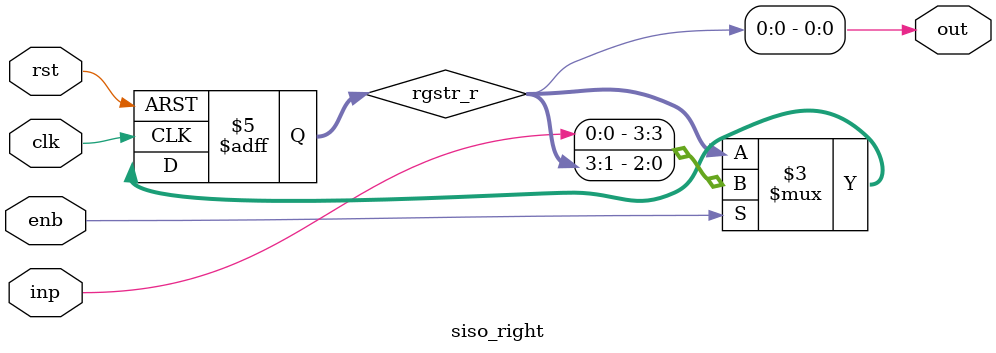
<source format=sv>
module siso_right #(
	parameter DW = 4
	)(
	input               clk,
	input               rst,
	input               enb,
	input               inp,
	output              out
	);

	logic [DW-1:0]      rgstr_r;

	always_ff@(posedge clk or negedge rst) begin: rgstr_label
	    if(!rst)
	        rgstr_r  <= '0;
	    else if (enb)
	        rgstr_r  <= {inp,rgstr_r[DW-1:1]};
	end:rgstr_label

	assign out  = rgstr_r[0];

endmodule

</source>
